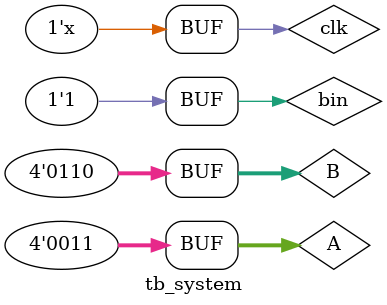
<source format=v>
`timescale 1ns / 1ps


module tb_system;
    reg clk;
    reg bin;
    reg [3:0] A;
    reg [3:0] B;
    wire [3:0] D;
    wire bout;
    
    system u1(
        .Bin(bin),
        .A(A),
        .B(B),
        .D(D),
        .Bout(bout)
    );
    
    initial begin
    bin = 1;
    A = 'b1001;
    B = 'b0011;
    
    #10
    bin = 0;
    A = 0;
    B = 0;
    
    #10
    bin = 1;
    A = 'b0011;
    B = 'b0110;
    
    
    end
    
    always
    #5 clk = ~clk;
endmodule

</source>
